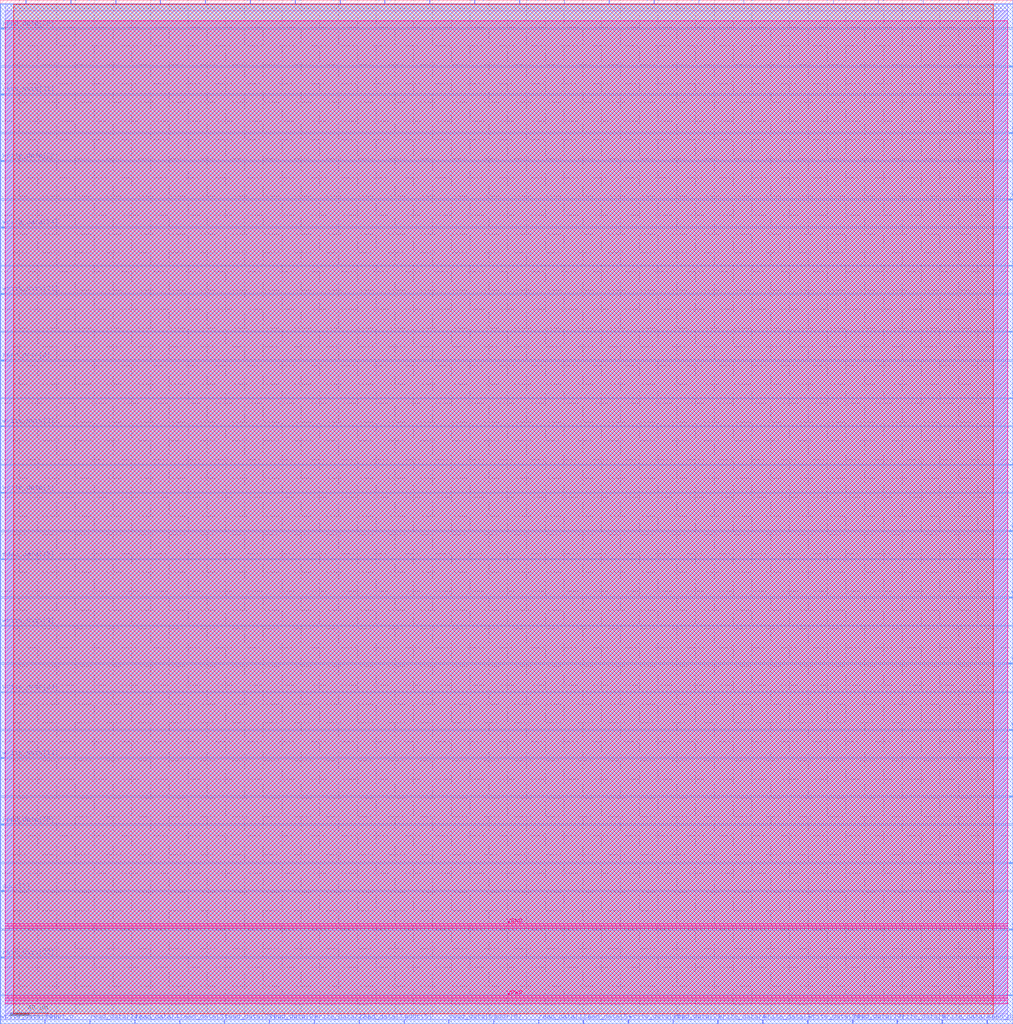
<source format=lef>
VERSION 5.7 ;
  NOWIREEXTENSIONATPIN ON ;
  DIVIDERCHAR "/" ;
  BUSBITCHARS "[]" ;
MACRO chacha
  CLASS BLOCK ;
  FOREIGN chacha ;
  ORIGIN 0.000 0.000 ;
  SIZE 1077.990 BY 1088.710 ;
  PIN addr[0]
    DIRECTION INPUT ;
    PORT
      LAYER met2 ;
        RECT 552.550 1084.710 552.830 1088.710 ;
    END
  END addr[0]
  PIN addr[1]
    DIRECTION INPUT ;
    PORT
      LAYER met2 ;
        RECT 982.190 1084.710 982.470 1088.710 ;
    END
  END addr[1]
  PIN addr[2]
    DIRECTION INPUT ;
    PORT
      LAYER met3 ;
        RECT 0.000 140.800 4.000 141.400 ;
    END
  END addr[2]
  PIN addr[3]
    DIRECTION INPUT ;
    PORT
      LAYER met2 ;
        RECT 75.070 1084.710 75.350 1088.710 ;
    END
  END addr[3]
  PIN addr[4]
    DIRECTION INPUT ;
    PORT
      LAYER met3 ;
        RECT 1073.990 805.840 1077.990 806.440 ;
    END
  END addr[4]
  PIN addr[5]
    DIRECTION INPUT ;
    PORT
      LAYER met2 ;
        RECT 429.730 0.000 430.010 4.000 ;
    END
  END addr[5]
  PIN addr[6]
    DIRECTION INPUT ;
    PORT
      LAYER met2 ;
        RECT 524.950 0.000 525.230 4.000 ;
    END
  END addr[6]
  PIN addr[7]
    DIRECTION INPUT ;
    PORT
      LAYER met3 ;
        RECT 1073.990 947.280 1077.990 947.880 ;
    END
  END addr[7]
  PIN clk
    DIRECTION INPUT ;
    PORT
      LAYER met2 ;
        RECT 600.390 1084.710 600.670 1088.710 ;
    END
  END clk
  PIN cs
    DIRECTION INPUT ;
    PORT
      LAYER met2 ;
        RECT 170.290 1084.710 170.570 1088.710 ;
    END
  END cs
  PIN read_data[0]
    DIRECTION OUTPUT TRISTATE ;
    PORT
      LAYER met2 ;
        RECT 1050.270 0.000 1050.550 4.000 ;
    END
  END read_data[0]
  PIN read_data[10]
    DIRECTION OUTPUT TRISTATE ;
    PORT
      LAYER met2 ;
        RECT 839.130 1084.710 839.410 1088.710 ;
    END
  END read_data[10]
  PIN read_data[11]
    DIRECTION OUTPUT TRISTATE ;
    PORT
      LAYER met2 ;
        RECT 572.790 0.000 573.070 4.000 ;
    END
  END read_data[11]
  PIN read_data[12]
    DIRECTION OUTPUT TRISTATE ;
    PORT
      LAYER met2 ;
        RECT 313.810 1084.710 314.090 1088.710 ;
    END
  END read_data[12]
  PIN read_data[13]
    DIRECTION OUTPUT TRISTATE ;
    PORT
      LAYER met3 ;
        RECT 1073.990 735.800 1077.990 736.400 ;
    END
  END read_data[13]
  PIN read_data[14]
    DIRECTION OUTPUT TRISTATE ;
    PORT
      LAYER met2 ;
        RECT 95.310 0.000 95.590 4.000 ;
    END
  END read_data[14]
  PIN read_data[15]
    DIRECTION OUTPUT TRISTATE ;
    PORT
      LAYER met3 ;
        RECT 0.000 211.520 4.000 212.120 ;
    END
  END read_data[15]
  PIN read_data[16]
    DIRECTION OUTPUT TRISTATE ;
    PORT
      LAYER met2 ;
        RECT 647.770 1084.710 648.050 1088.710 ;
    END
  END read_data[16]
  PIN read_data[17]
    DIRECTION OUTPUT TRISTATE ;
    PORT
      LAYER met2 ;
        RECT 907.210 0.000 907.490 4.000 ;
    END
  END read_data[17]
  PIN read_data[18]
    DIRECTION OUTPUT TRISTATE ;
    PORT
      LAYER met3 ;
        RECT 1073.990 170.720 1077.990 171.320 ;
    END
  END read_data[18]
  PIN read_data[19]
    DIRECTION OUTPUT TRISTATE ;
    PORT
      LAYER met3 ;
        RECT 0.000 493.720 4.000 494.320 ;
    END
  END read_data[19]
  PIN read_data[1]
    DIRECTION OUTPUT TRISTATE ;
    PORT
      LAYER met2 ;
        RECT 1030.030 1084.710 1030.310 1088.710 ;
    END
  END read_data[1]
  PIN read_data[20]
    DIRECTION OUTPUT TRISTATE ;
    PORT
      LAYER met2 ;
        RECT 361.650 1084.710 361.930 1088.710 ;
    END
  END read_data[20]
  PIN read_data[21]
    DIRECTION OUTPUT TRISTATE ;
    PORT
      LAYER met2 ;
        RECT 715.850 0.000 716.130 4.000 ;
    END
  END read_data[21]
  PIN read_data[22]
    DIRECTION OUTPUT TRISTATE ;
    PORT
      LAYER met3 ;
        RECT 0.000 70.080 4.000 70.680 ;
    END
  END read_data[22]
  PIN read_data[23]
    DIRECTION OUTPUT TRISTATE ;
    PORT
      LAYER met2 ;
        RECT 238.370 0.000 238.650 4.000 ;
    END
  END read_data[23]
  PIN read_data[24]
    DIRECTION OUTPUT TRISTATE ;
    PORT
      LAYER met3 ;
        RECT 1073.990 1018.000 1077.990 1018.600 ;
    END
  END read_data[24]
  PIN read_data[25]
    DIRECTION OUTPUT TRISTATE ;
    PORT
      LAYER met3 ;
        RECT 0.000 1058.120 4.000 1058.720 ;
    END
  END read_data[25]
  PIN read_data[26]
    DIRECTION OUTPUT TRISTATE ;
    PORT
      LAYER met2 ;
        RECT 27.230 1084.710 27.510 1088.710 ;
    END
  END read_data[26]
  PIN read_data[27]
    DIRECTION OUTPUT TRISTATE ;
    PORT
      LAYER met2 ;
        RECT 791.290 1084.710 791.570 1088.710 ;
    END
  END read_data[27]
  PIN read_data[28]
    DIRECTION OUTPUT TRISTATE ;
    PORT
      LAYER met2 ;
        RECT 122.910 1084.710 123.190 1088.710 ;
    END
  END read_data[28]
  PIN read_data[29]
    DIRECTION OUTPUT TRISTATE ;
    PORT
      LAYER met3 ;
        RECT 1073.990 29.960 1077.990 30.560 ;
    END
  END read_data[29]
  PIN read_data[2]
    DIRECTION OUTPUT TRISTATE ;
    PORT
      LAYER met3 ;
        RECT 0.000 705.200 4.000 705.800 ;
    END
  END read_data[2]
  PIN read_data[30]
    DIRECTION OUTPUT TRISTATE ;
    PORT
      LAYER met3 ;
        RECT 1073.990 241.440 1077.990 242.040 ;
    END
  END read_data[30]
  PIN read_data[31]
    DIRECTION OUTPUT TRISTATE ;
    PORT
      LAYER met3 ;
        RECT 0.000 988.080 4.000 988.680 ;
    END
  END read_data[31]
  PIN read_data[3]
    DIRECTION OUTPUT TRISTATE ;
    PORT
      LAYER met2 ;
        RECT 190.990 0.000 191.270 4.000 ;
    END
  END read_data[3]
  PIN read_data[4]
    DIRECTION OUTPUT TRISTATE ;
    PORT
      LAYER met2 ;
        RECT 143.150 0.000 143.430 4.000 ;
    END
  END read_data[4]
  PIN read_data[5]
    DIRECTION OUTPUT TRISTATE ;
    PORT
      LAYER met2 ;
        RECT 620.630 0.000 620.910 4.000 ;
    END
  END read_data[5]
  PIN read_data[6]
    DIRECTION OUTPUT TRISTATE ;
    PORT
      LAYER met2 ;
        RECT 477.110 0.000 477.390 4.000 ;
    END
  END read_data[6]
  PIN read_data[7]
    DIRECTION OUTPUT TRISTATE ;
    PORT
      LAYER met2 ;
        RECT 381.890 0.000 382.170 4.000 ;
    END
  END read_data[7]
  PIN read_data[8]
    DIRECTION OUTPUT TRISTATE ;
    PORT
      LAYER met2 ;
        RECT 286.210 0.000 286.490 4.000 ;
    END
  END read_data[8]
  PIN read_data[9]
    DIRECTION OUTPUT TRISTATE ;
    PORT
      LAYER met2 ;
        RECT 695.610 1084.710 695.890 1088.710 ;
    END
  END read_data[9]
  PIN reset_n
    DIRECTION INPUT ;
    PORT
      LAYER met2 ;
        RECT 47.470 0.000 47.750 4.000 ;
    END
  END reset_n
  PIN we
    DIRECTION INPUT ;
    PORT
      LAYER met3 ;
        RECT 1073.990 665.080 1077.990 665.680 ;
    END
  END we
  PIN write_data[0]
    DIRECTION INPUT ;
    PORT
      LAYER met2 ;
        RECT 1002.430 0.000 1002.710 4.000 ;
    END
  END write_data[0]
  PIN write_data[10]
    DIRECTION INPUT ;
    PORT
      LAYER met2 ;
        RECT 504.710 1084.710 504.990 1088.710 ;
    END
  END write_data[10]
  PIN write_data[11]
    DIRECTION INPUT ;
    PORT
      LAYER met2 ;
        RECT 1077.410 1084.710 1077.690 1088.710 ;
    END
  END write_data[11]
  PIN write_data[12]
    DIRECTION INPUT ;
    PORT
      LAYER met3 ;
        RECT 1073.990 594.360 1077.990 594.960 ;
    END
  END write_data[12]
  PIN write_data[13]
    DIRECTION INPUT ;
    PORT
      LAYER met3 ;
        RECT 1073.990 100.000 1077.990 100.600 ;
    END
  END write_data[13]
  PIN write_data[14]
    DIRECTION INPUT ;
    PORT
      LAYER met3 ;
        RECT 0.000 282.240 4.000 282.840 ;
    END
  END write_data[14]
  PIN write_data[15]
    DIRECTION INPUT ;
    PORT
      LAYER met2 ;
        RECT 218.130 1084.710 218.410 1088.710 ;
    END
  END write_data[15]
  PIN write_data[16]
    DIRECTION INPUT ;
    PORT
      LAYER met3 ;
        RECT 1073.990 523.640 1077.990 524.240 ;
    END
  END write_data[16]
  PIN write_data[17]
    DIRECTION INPUT ;
    PORT
      LAYER met3 ;
        RECT 1073.990 452.920 1077.990 453.520 ;
    END
  END write_data[17]
  PIN write_data[18]
    DIRECTION INPUT ;
    PORT
      LAYER met2 ;
        RECT 456.870 1084.710 457.150 1088.710 ;
    END
  END write_data[18]
  PIN write_data[19]
    DIRECTION INPUT ;
    PORT
      LAYER met2 ;
        RECT 934.350 1084.710 934.630 1088.710 ;
    END
  END write_data[19]
  PIN write_data[1]
    DIRECTION INPUT ;
    PORT
      LAYER met3 ;
        RECT 0.000 564.440 4.000 565.040 ;
    END
  END write_data[1]
  PIN write_data[20]
    DIRECTION INPUT ;
    PORT
      LAYER met2 ;
        RECT 0.090 0.000 0.370 4.000 ;
    END
  END write_data[20]
  PIN write_data[21]
    DIRECTION INPUT ;
    PORT
      LAYER met3 ;
        RECT 0.000 775.920 4.000 776.520 ;
    END
  END write_data[21]
  PIN write_data[22]
    DIRECTION INPUT ;
    PORT
      LAYER met2 ;
        RECT 334.050 0.000 334.330 4.000 ;
    END
  END write_data[22]
  PIN write_data[23]
    DIRECTION INPUT ;
    PORT
      LAYER met3 ;
        RECT 0.000 917.360 4.000 917.960 ;
    END
  END write_data[23]
  PIN write_data[24]
    DIRECTION INPUT ;
    PORT
      LAYER met3 ;
        RECT 0.000 846.640 4.000 847.240 ;
    END
  END write_data[24]
  PIN write_data[25]
    DIRECTION INPUT ;
    PORT
      LAYER met2 ;
        RECT 668.470 0.000 668.750 4.000 ;
    END
  END write_data[25]
  PIN write_data[26]
    DIRECTION INPUT ;
    PORT
      LAYER met2 ;
        RECT 859.370 0.000 859.650 4.000 ;
    END
  END write_data[26]
  PIN write_data[27]
    DIRECTION INPUT ;
    PORT
      LAYER met2 ;
        RECT 743.450 1084.710 743.730 1088.710 ;
    END
  END write_data[27]
  PIN write_data[28]
    DIRECTION INPUT ;
    PORT
      LAYER met3 ;
        RECT 0.000 352.280 4.000 352.880 ;
    END
  END write_data[28]
  PIN write_data[29]
    DIRECTION INPUT ;
    PORT
      LAYER met3 ;
        RECT 1073.990 312.160 1077.990 312.760 ;
    END
  END write_data[29]
  PIN write_data[2]
    DIRECTION INPUT ;
    PORT
      LAYER met3 ;
        RECT 0.000 635.160 4.000 635.760 ;
    END
  END write_data[2]
  PIN write_data[30]
    DIRECTION INPUT ;
    PORT
      LAYER met2 ;
        RECT 409.030 1084.710 409.310 1088.710 ;
    END
  END write_data[30]
  PIN write_data[31]
    DIRECTION INPUT ;
    PORT
      LAYER met3 ;
        RECT 1073.990 382.880 1077.990 383.480 ;
    END
  END write_data[31]
  PIN write_data[3]
    DIRECTION INPUT ;
    PORT
      LAYER met3 ;
        RECT 0.000 423.000 4.000 423.600 ;
    END
  END write_data[3]
  PIN write_data[4]
    DIRECTION INPUT ;
    PORT
      LAYER met2 ;
        RECT 763.690 0.000 763.970 4.000 ;
    END
  END write_data[4]
  PIN write_data[5]
    DIRECTION INPUT ;
    PORT
      LAYER met2 ;
        RECT 265.970 1084.710 266.250 1088.710 ;
    END
  END write_data[5]
  PIN write_data[6]
    DIRECTION INPUT ;
    PORT
      LAYER met2 ;
        RECT 954.590 0.000 954.870 4.000 ;
    END
  END write_data[6]
  PIN write_data[7]
    DIRECTION INPUT ;
    PORT
      LAYER met2 ;
        RECT 811.530 0.000 811.810 4.000 ;
    END
  END write_data[7]
  PIN write_data[8]
    DIRECTION INPUT ;
    PORT
      LAYER met2 ;
        RECT 886.510 1084.710 886.790 1088.710 ;
    END
  END write_data[8]
  PIN write_data[9]
    DIRECTION INPUT ;
    PORT
      LAYER met3 ;
        RECT 1073.990 876.560 1077.990 877.160 ;
    END
  END write_data[9]
  PIN VPWR
    DIRECTION INPUT ;
    USE POWER ;
    PORT
      LAYER met5 ;
        RECT 5.520 26.490 1072.260 28.090 ;
    END
  END VPWR
  PIN VGND
    DIRECTION INPUT ;
    USE GROUND ;
    PORT
      LAYER met5 ;
        RECT 5.520 103.080 1072.260 104.680 ;
    END
  END VGND
  OBS
      LAYER li1 ;
        RECT 5.520 10.795 1072.260 1077.205 ;
      LAYER met1 ;
        RECT 5.520 4.460 1072.260 1084.900 ;
      LAYER met2 ;
        RECT 0.160 1084.430 26.950 1084.930 ;
        RECT 27.790 1084.430 74.790 1084.930 ;
        RECT 75.630 1084.430 122.630 1084.930 ;
        RECT 123.470 1084.430 170.010 1084.930 ;
        RECT 170.850 1084.430 217.850 1084.930 ;
        RECT 218.690 1084.430 265.690 1084.930 ;
        RECT 266.530 1084.430 313.530 1084.930 ;
        RECT 314.370 1084.430 361.370 1084.930 ;
        RECT 362.210 1084.430 408.750 1084.930 ;
        RECT 409.590 1084.430 456.590 1084.930 ;
        RECT 457.430 1084.430 504.430 1084.930 ;
        RECT 505.270 1084.430 552.270 1084.930 ;
        RECT 553.110 1084.430 600.110 1084.930 ;
        RECT 600.950 1084.430 647.490 1084.930 ;
        RECT 648.330 1084.430 695.330 1084.930 ;
        RECT 696.170 1084.430 743.170 1084.930 ;
        RECT 744.010 1084.430 791.010 1084.930 ;
        RECT 791.850 1084.430 838.850 1084.930 ;
        RECT 839.690 1084.430 886.230 1084.930 ;
        RECT 887.070 1084.430 934.070 1084.930 ;
        RECT 934.910 1084.430 981.910 1084.930 ;
        RECT 982.750 1084.430 1029.750 1084.930 ;
        RECT 1030.590 1084.430 1077.130 1084.930 ;
        RECT 0.160 4.280 1077.690 1084.430 ;
        RECT 0.650 0.155 47.190 4.280 ;
        RECT 48.030 0.155 95.030 4.280 ;
        RECT 95.870 0.155 142.870 4.280 ;
        RECT 143.710 0.155 190.710 4.280 ;
        RECT 191.550 0.155 238.090 4.280 ;
        RECT 238.930 0.155 285.930 4.280 ;
        RECT 286.770 0.155 333.770 4.280 ;
        RECT 334.610 0.155 381.610 4.280 ;
        RECT 382.450 0.155 429.450 4.280 ;
        RECT 430.290 0.155 476.830 4.280 ;
        RECT 477.670 0.155 524.670 4.280 ;
        RECT 525.510 0.155 572.510 4.280 ;
        RECT 573.350 0.155 620.350 4.280 ;
        RECT 621.190 0.155 668.190 4.280 ;
        RECT 669.030 0.155 715.570 4.280 ;
        RECT 716.410 0.155 763.410 4.280 ;
        RECT 764.250 0.155 811.250 4.280 ;
        RECT 812.090 0.155 859.090 4.280 ;
        RECT 859.930 0.155 906.930 4.280 ;
        RECT 907.770 0.155 954.310 4.280 ;
        RECT 955.150 0.155 1002.150 4.280 ;
        RECT 1002.990 0.155 1049.990 4.280 ;
        RECT 1050.830 0.155 1077.690 4.280 ;
      LAYER met3 ;
        RECT 0.525 1059.120 1077.715 1084.425 ;
        RECT 4.400 1057.720 1077.715 1059.120 ;
        RECT 0.525 1019.000 1077.715 1057.720 ;
        RECT 0.525 1017.600 1073.590 1019.000 ;
        RECT 0.525 989.080 1077.715 1017.600 ;
        RECT 4.400 987.680 1077.715 989.080 ;
        RECT 0.525 948.280 1077.715 987.680 ;
        RECT 0.525 946.880 1073.590 948.280 ;
        RECT 0.525 918.360 1077.715 946.880 ;
        RECT 4.400 916.960 1077.715 918.360 ;
        RECT 0.525 877.560 1077.715 916.960 ;
        RECT 0.525 876.160 1073.590 877.560 ;
        RECT 0.525 847.640 1077.715 876.160 ;
        RECT 4.400 846.240 1077.715 847.640 ;
        RECT 0.525 806.840 1077.715 846.240 ;
        RECT 0.525 805.440 1073.590 806.840 ;
        RECT 0.525 776.920 1077.715 805.440 ;
        RECT 4.400 775.520 1077.715 776.920 ;
        RECT 0.525 736.800 1077.715 775.520 ;
        RECT 0.525 735.400 1073.590 736.800 ;
        RECT 0.525 706.200 1077.715 735.400 ;
        RECT 4.400 704.800 1077.715 706.200 ;
        RECT 0.525 666.080 1077.715 704.800 ;
        RECT 0.525 664.680 1073.590 666.080 ;
        RECT 0.525 636.160 1077.715 664.680 ;
        RECT 4.400 634.760 1077.715 636.160 ;
        RECT 0.525 595.360 1077.715 634.760 ;
        RECT 0.525 593.960 1073.590 595.360 ;
        RECT 0.525 565.440 1077.715 593.960 ;
        RECT 4.400 564.040 1077.715 565.440 ;
        RECT 0.525 524.640 1077.715 564.040 ;
        RECT 0.525 523.240 1073.590 524.640 ;
        RECT 0.525 494.720 1077.715 523.240 ;
        RECT 4.400 493.320 1077.715 494.720 ;
        RECT 0.525 453.920 1077.715 493.320 ;
        RECT 0.525 452.520 1073.590 453.920 ;
        RECT 0.525 424.000 1077.715 452.520 ;
        RECT 4.400 422.600 1077.715 424.000 ;
        RECT 0.525 383.880 1077.715 422.600 ;
        RECT 0.525 382.480 1073.590 383.880 ;
        RECT 0.525 353.280 1077.715 382.480 ;
        RECT 4.400 351.880 1077.715 353.280 ;
        RECT 0.525 313.160 1077.715 351.880 ;
        RECT 0.525 311.760 1073.590 313.160 ;
        RECT 0.525 283.240 1077.715 311.760 ;
        RECT 4.400 281.840 1077.715 283.240 ;
        RECT 0.525 242.440 1077.715 281.840 ;
        RECT 0.525 241.040 1073.590 242.440 ;
        RECT 0.525 212.520 1077.715 241.040 ;
        RECT 4.400 211.120 1077.715 212.520 ;
        RECT 0.525 171.720 1077.715 211.120 ;
        RECT 0.525 170.320 1073.590 171.720 ;
        RECT 0.525 141.800 1077.715 170.320 ;
        RECT 4.400 140.400 1077.715 141.800 ;
        RECT 0.525 101.000 1077.715 140.400 ;
        RECT 0.525 99.600 1073.590 101.000 ;
        RECT 0.525 71.080 1077.715 99.600 ;
        RECT 4.400 69.680 1077.715 71.080 ;
        RECT 0.525 30.960 1077.715 69.680 ;
        RECT 0.525 29.560 1073.590 30.960 ;
        RECT 0.525 0.175 1077.715 29.560 ;
      LAYER met4 ;
        RECT 14.095 10.640 1056.785 1084.425 ;
      LAYER met5 ;
        RECT 5.520 106.280 1072.260 1066.700 ;
        RECT 5.520 29.690 1072.260 101.480 ;
        RECT 5.520 21.300 1072.260 24.890 ;
  END
END chacha
END LIBRARY


</source>
